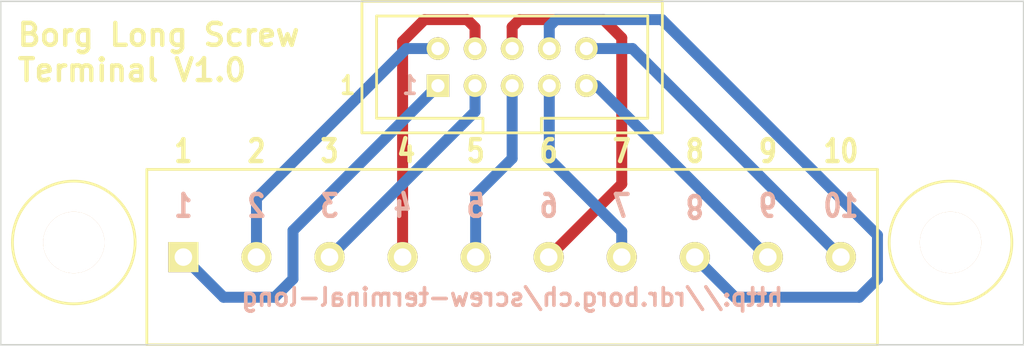
<source format=kicad_pcb>
(kicad_pcb (version 4) (host pcbnew 4.0.2+dfsg1-stable)

  (general
    (links 10)
    (no_connects 0)
    (area 49.949999 54.706409 120.050001 79.94205)
    (thickness 1.6)
    (drawings 28)
    (tracks 39)
    (zones 0)
    (modules 4)
    (nets 11)
  )

  (page A4)
  (title_block
    (title "Borg Bidi Shift Register PCB")
    (rev 1.0)
  )

  (layers
    (0 F.Cu signal)
    (31 B.Cu signal)
    (32 B.Adhes user)
    (33 F.Adhes user)
    (34 B.Paste user)
    (35 F.Paste user)
    (36 B.SilkS user)
    (37 F.SilkS user)
    (38 B.Mask user)
    (39 F.Mask user)
    (40 Dwgs.User user)
    (41 Cmts.User user)
    (42 Eco1.User user)
    (43 Eco2.User user)
    (44 Edge.Cuts user)
    (45 Margin user)
    (46 B.CrtYd user)
    (47 F.CrtYd user)
    (48 B.Fab user)
    (49 F.Fab user)
  )

  (setup
    (last_trace_width 0.75)
    (trace_clearance 0.2)
    (zone_clearance 0.508)
    (zone_45_only no)
    (trace_min 0.2)
    (segment_width 0.2)
    (edge_width 0.1)
    (via_size 0.6)
    (via_drill 0.4)
    (via_min_size 0.4)
    (via_min_drill 0.3)
    (uvia_size 0.3)
    (uvia_drill 0.1)
    (uvias_allowed no)
    (uvia_min_size 0.2)
    (uvia_min_drill 0.1)
    (pcb_text_width 0.3)
    (pcb_text_size 1.5 1.5)
    (mod_edge_width 0.15)
    (mod_text_size 1 1)
    (mod_text_width 0.15)
    (pad_size 1.5 1.5)
    (pad_drill 0.6)
    (pad_to_mask_clearance 0)
    (aux_axis_origin 0 0)
    (visible_elements FFFFFF7F)
    (pcbplotparams
      (layerselection 0x010fc_80000001)
      (usegerberextensions false)
      (excludeedgelayer true)
      (linewidth 0.100000)
      (plotframeref false)
      (viasonmask false)
      (mode 1)
      (useauxorigin false)
      (hpglpennumber 1)
      (hpglpenspeed 20)
      (hpglpendiameter 15)
      (hpglpenoverlay 2)
      (psnegative false)
      (psa4output false)
      (plotreference true)
      (plotvalue true)
      (plotinvisibletext false)
      (padsonsilk false)
      (subtractmaskfromsilk false)
      (outputformat 1)
      (mirror false)
      (drillshape 0)
      (scaleselection 1)
      (outputdirectory production))
  )

  (net 0 "")
  (net 1 "Net-(P1-Pad1)")
  (net 2 "Net-(P1-Pad3)")
  (net 3 "Net-(P1-Pad5)")
  (net 4 "Net-(P1-Pad7)")
  (net 5 "Net-(P1-Pad9)")
  (net 6 "Net-(P1-Pad2)")
  (net 7 "Net-(P1-Pad4)")
  (net 8 "Net-(P1-Pad6)")
  (net 9 "Net-(P1-Pad8)")
  (net 10 "Net-(P1-Pad10)")

  (net_class Default "This is the default net class."
    (clearance 0.2)
    (trace_width 0.75)
    (via_dia 0.6)
    (via_drill 0.4)
    (uvia_dia 0.3)
    (uvia_drill 0.1)
    (add_net "Net-(P1-Pad1)")
    (add_net "Net-(P1-Pad10)")
    (add_net "Net-(P1-Pad2)")
    (add_net "Net-(P1-Pad3)")
    (add_net "Net-(P1-Pad4)")
    (add_net "Net-(P1-Pad5)")
    (add_net "Net-(P1-Pad6)")
    (add_net "Net-(P1-Pad7)")
    (add_net "Net-(P1-Pad8)")
    (add_net "Net-(P1-Pad9)")
  )

  (module mech_gen:HOLE_4_2MM_8_4 (layer F.Cu) (tedit 579DC510) (tstamp 579D802B)
    (at 115 71.5 180)
    (descr "Module HOLE_4_2MM_8_4, hole 4.200000MM, space 8.400000")
    (path /57ED1F73)
    (fp_text reference M1 (at 0 -5.08 180) (layer F.SilkS) hide
      (effects (font (size 1.524 1.143) (thickness 0.1905)))
    )
    (fp_text value HOLE (at 0 0 180) (layer F.SilkS) hide
      (effects (font (thickness 0.15)))
    )
    (fp_circle (center 0 0) (end 4.19862 0) (layer F.SilkS) (width 0.1905))
    (pad "" np_thru_hole circle (at 0 0 180) (size 4.19862 4.19862) (drill 4.19862) (layers *.Cu *.SilkS *.Mask))
  )

  (module mech_gen:HOLE_4_2MM_8_4 (layer F.Cu) (tedit 579DC515) (tstamp 579D8031)
    (at 55 71.5 180)
    (descr "Module HOLE_4_2MM_8_4, hole 4.200000MM, space 8.400000")
    (path /57ED1FAA)
    (fp_text reference M2 (at 0 -5.08 180) (layer F.SilkS) hide
      (effects (font (size 1.524 1.143) (thickness 0.1905)))
    )
    (fp_text value HOLE (at 0 0 180) (layer F.SilkS) hide
      (effects (font (thickness 0.15)))
    )
    (fp_circle (center 0 0) (end 4.19862 0) (layer F.SilkS) (width 0.1905))
    (pad "" np_thru_hole circle (at 0 0 180) (size 4.19862 4.19862) (drill 4.19862) (layers *.Cu *.SilkS *.Mask))
  )

  (module p_gen_conn:P_10_IDC (layer F.Cu) (tedit 58141A41) (tstamp 581414EF)
    (at 85 59.5)
    (descr "Module P_10_IDC, IDC connector, 10 pins")
    (path /57ED1BB4)
    (fp_text reference P1 (at -12 -2.75) (layer F.SilkS) hide
      (effects (font (size 1.524 1.143) (thickness 0.1905)))
    )
    (fp_text value "IDC 10" (at -14 -2.5) (layer F.SilkS) hide
      (effects (font (size 1.524 1.143) (thickness 0.1905)))
    )
    (fp_line (start -10.27938 4.49834) (end 10.27938 4.49834) (layer F.SilkS) (width 0.1905))
    (fp_line (start 10.27938 4.49834) (end 10.27938 -4.49834) (layer F.SilkS) (width 0.1905))
    (fp_line (start 10.27938 -4.49834) (end -10.27938 -4.49834) (layer F.SilkS) (width 0.1905))
    (fp_line (start -10.27938 -4.49834) (end -10.27938 4.49834) (layer F.SilkS) (width 0.1905))
    (fp_line (start 1.99898 4.49834) (end 1.99898 3.49758) (layer F.SilkS) (width 0.1905))
    (fp_line (start 1.99898 3.49758) (end 9.27862 3.49758) (layer F.SilkS) (width 0.1905))
    (fp_line (start 9.27862 3.49758) (end 9.27862 -3.49758) (layer F.SilkS) (width 0.1905))
    (fp_line (start 9.27862 -3.49758) (end -9.27862 -3.49758) (layer F.SilkS) (width 0.1905))
    (fp_line (start -9.27862 -3.49758) (end -9.27862 3.49758) (layer F.SilkS) (width 0.1905))
    (fp_line (start -9.27862 3.49758) (end -1.99898 3.49758) (layer F.SilkS) (width 0.1905))
    (fp_line (start -1.99898 3.49758) (end -1.99898 4.49834) (layer F.SilkS) (width 0.1905))
    (pad 1 thru_hole rect (at -5.08 1.27) (size 1.54686 1.54686) (drill 0.89916) (layers *.Cu *.Mask F.SilkS)
      (net 1 "Net-(P1-Pad1)"))
    (pad 3 thru_hole circle (at -2.54 1.27) (size 1.54686 1.54686) (drill 0.89916) (layers *.Cu *.Mask F.SilkS)
      (net 2 "Net-(P1-Pad3)"))
    (pad 5 thru_hole circle (at 0 1.27) (size 1.54686 1.54686) (drill 0.89916) (layers *.Cu *.Mask F.SilkS)
      (net 3 "Net-(P1-Pad5)"))
    (pad 7 thru_hole circle (at 2.54 1.27) (size 1.54686 1.54686) (drill 0.89916) (layers *.Cu *.Mask F.SilkS)
      (net 4 "Net-(P1-Pad7)"))
    (pad 9 thru_hole circle (at 5.08 1.27) (size 1.54686 1.54686) (drill 0.89916) (layers *.Cu *.Mask F.SilkS)
      (net 5 "Net-(P1-Pad9)"))
    (pad 2 thru_hole circle (at -5.08 -1.27) (size 1.54686 1.54686) (drill 0.89916) (layers *.Cu *.Mask F.SilkS)
      (net 6 "Net-(P1-Pad2)"))
    (pad 4 thru_hole circle (at -2.54 -1.27) (size 1.54686 1.54686) (drill 0.89916) (layers *.Cu *.Mask F.SilkS)
      (net 7 "Net-(P1-Pad4)"))
    (pad 6 thru_hole circle (at 0 -1.27) (size 1.54686 1.54686) (drill 0.89916) (layers *.Cu *.Mask F.SilkS)
      (net 8 "Net-(P1-Pad6)"))
    (pad 8 thru_hole circle (at 2.54 -1.27) (size 1.54686 1.54686) (drill 0.89916) (layers *.Cu *.Mask F.SilkS)
      (net 9 "Net-(P1-Pad8)"))
    (pad 10 thru_hole circle (at 5.08 -1.27) (size 1.54686 1.54686) (drill 0.89916) (layers *.Cu *.Mask F.SilkS)
      (net 10 "Net-(P1-Pad10)"))
  )

  (module p_gen_conn:P_10_SCRTERM_5M (layer F.Cu) (tedit 58141A44) (tstamp 581414EE)
    (at 85 72.5)
    (descr "Module P_10_SCRTERM_5M, screw terminal 10 pins 5M")
    (path /57ED1C05)
    (fp_text reference P2 (at -26.75 -4.5) (layer F.SilkS) hide
      (effects (font (size 1.524 1.143) (thickness 0.1905)))
    )
    (fp_text value "Screw Term" (at -18 -7.5) (layer F.SilkS) hide
      (effects (font (size 1.524 1.143) (thickness 0.1905)))
    )
    (fp_line (start -24.99868 5.99948) (end 24.99868 5.99948) (layer F.SilkS) (width 0.1905))
    (fp_line (start 24.99868 5.99948) (end 24.99868 -5.99948) (layer F.SilkS) (width 0.1905))
    (fp_line (start 24.99868 -5.99948) (end -24.99868 -5.99948) (layer F.SilkS) (width 0.1905))
    (fp_line (start -24.99868 -5.99948) (end -24.99868 5.99948) (layer F.SilkS) (width 0.1905))
    (pad 1 thru_hole rect (at -22.49932 0) (size 2.06248 2.06248) (drill 1.19888) (layers *.Cu *.Mask F.SilkS)
      (net 1 "Net-(P1-Pad1)"))
    (pad 2 thru_hole circle (at -17.49806 0) (size 2.06248 2.06248) (drill 1.19888) (layers *.Cu *.Mask F.SilkS)
      (net 6 "Net-(P1-Pad2)"))
    (pad 3 thru_hole circle (at -12.49934 0) (size 2.06248 2.06248) (drill 1.19888) (layers *.Cu *.Mask F.SilkS)
      (net 2 "Net-(P1-Pad3)"))
    (pad 4 thru_hole circle (at -7.49808 0) (size 2.06248 2.06248) (drill 1.19888) (layers *.Cu *.Mask F.SilkS)
      (net 7 "Net-(P1-Pad4)"))
    (pad 5 thru_hole circle (at -2.49936 0) (size 2.06248 2.06248) (drill 1.19888) (layers *.Cu *.Mask F.SilkS)
      (net 3 "Net-(P1-Pad5)"))
    (pad 6 thru_hole circle (at 2.49936 0) (size 2.06248 2.06248) (drill 1.19888) (layers *.Cu *.Mask F.SilkS)
      (net 8 "Net-(P1-Pad6)"))
    (pad 7 thru_hole circle (at 7.49808 0) (size 2.06248 2.06248) (drill 1.19888) (layers *.Cu *.Mask F.SilkS)
      (net 4 "Net-(P1-Pad7)"))
    (pad 8 thru_hole circle (at 12.49934 0) (size 2.06248 2.06248) (drill 1.19888) (layers *.Cu *.Mask F.SilkS)
      (net 9 "Net-(P1-Pad8)"))
    (pad 9 thru_hole circle (at 17.49806 0) (size 2.06248 2.06248) (drill 1.19888) (layers *.Cu *.Mask F.SilkS)
      (net 5 "Net-(P1-Pad9)"))
    (pad 10 thru_hole circle (at 22.49932 0) (size 2.06248 2.06248) (drill 1.19888) (layers *.Cu *.Mask F.SilkS)
      (net 10 "Net-(P1-Pad10)"))
  )

  (gr_text 1 (at 73.75 60.75) (layer F.SilkS)
    (effects (font (size 1.2 1) (thickness 0.25)))
  )
  (gr_text "Borg Long Screw\nTerminal V1.0" (at 51 58.5) (layer F.SilkS)
    (effects (font (size 1.5 1.5) (thickness 0.3)) (justify left))
  )
  (gr_line (start 120 55) (end 120 78.5) (angle 90) (layer Edge.Cuts) (width 0.1))
  (gr_line (start 50 55) (end 50 78.5) (angle 90) (layer Edge.Cuts) (width 0.1))
  (gr_line (start 120 55) (end 50 55) (angle 90) (layer Edge.Cuts) (width 0.1))
  (gr_line (start 120 78.5) (end 50 78.5) (angle 90) (layer Edge.Cuts) (width 0.1))
  (gr_text http://rdr.borg.ch/screw-terminal-long (at 85 75.25) (layer B.SilkS)
    (effects (font (size 1.2 1.2) (thickness 0.25)) (justify mirror))
  )
  (gr_text 1 (at 78 60.75) (layer B.SilkS)
    (effects (font (size 1.2 1) (thickness 0.25)) (justify mirror))
  )
  (gr_text 10 (at 107.5 69) (layer B.SilkS) (tstamp 57ED2FA1)
    (effects (font (size 1.5 1.2) (thickness 0.3)) (justify mirror))
  )
  (gr_text 9 (at 102.5 69) (layer B.SilkS) (tstamp 57ED2FA0)
    (effects (font (size 1.5 1.2) (thickness 0.3)) (justify mirror))
  )
  (gr_text 8 (at 97.5 69 180) (layer B.SilkS) (tstamp 57ED2F9F)
    (effects (font (size 1.5 1.2) (thickness 0.3)) (justify mirror))
  )
  (gr_text 7 (at 92.5 69) (layer B.SilkS) (tstamp 57ED2F9E)
    (effects (font (size 1.5 1.2) (thickness 0.3)) (justify mirror))
  )
  (gr_text 6 (at 87.5 69) (layer B.SilkS) (tstamp 57ED2F9D)
    (effects (font (size 1.5 1.2) (thickness 0.3)) (justify mirror))
  )
  (gr_text 5 (at 82.5 69) (layer B.SilkS) (tstamp 57ED2F9C)
    (effects (font (size 1.5 1.2) (thickness 0.3)) (justify mirror))
  )
  (gr_text 4 (at 77.5 69) (layer B.SilkS) (tstamp 57ED2F9B)
    (effects (font (size 1.5 1.2) (thickness 0.3)) (justify mirror))
  )
  (gr_text 3 (at 72.5 69) (layer B.SilkS) (tstamp 57ED2F9A)
    (effects (font (size 1.5 1.2) (thickness 0.3)) (justify mirror))
  )
  (gr_text 2 (at 67.5 69) (layer B.SilkS) (tstamp 57ED2F99)
    (effects (font (size 1.5 1.2) (thickness 0.3)) (justify mirror))
  )
  (gr_text 1 (at 62.5 69) (layer B.SilkS) (tstamp 57ED2F98)
    (effects (font (size 1.5 1.2) (thickness 0.3)) (justify mirror))
  )
  (gr_text 1 (at 62.5 65.25) (layer F.SilkS) (tstamp 57ED2D5C)
    (effects (font (size 1.5 1.2) (thickness 0.3)))
  )
  (gr_text 2 (at 67.5 65.25) (layer F.SilkS) (tstamp 57ED2D5B)
    (effects (font (size 1.5 1.2) (thickness 0.3)))
  )
  (gr_text 3 (at 72.5 65.25) (layer F.SilkS) (tstamp 57ED2D5A)
    (effects (font (size 1.5 1.2) (thickness 0.3)))
  )
  (gr_text 4 (at 77.75 65.25) (layer F.SilkS) (tstamp 57ED2D59)
    (effects (font (size 1.5 1.2) (thickness 0.3)))
  )
  (gr_text 5 (at 82.5 65.25) (layer F.SilkS) (tstamp 57ED2D58)
    (effects (font (size 1.5 1.2) (thickness 0.3)))
  )
  (gr_text 6 (at 87.5 65.25) (layer F.SilkS) (tstamp 57ED2D57)
    (effects (font (size 1.5 1.2) (thickness 0.3)))
  )
  (gr_text 7 (at 92.5 65.25) (layer F.SilkS) (tstamp 57ED2D56)
    (effects (font (size 1.5 1.2) (thickness 0.3)))
  )
  (gr_text 8 (at 97.5 65.25) (layer F.SilkS) (tstamp 57ED2D55)
    (effects (font (size 1.5 1.2) (thickness 0.3)))
  )
  (gr_text 9 (at 102.5 65.25) (layer F.SilkS) (tstamp 57ED2D54)
    (effects (font (size 1.5 1.2) (thickness 0.3)))
  )
  (gr_text 10 (at 107.5 65.25) (layer F.SilkS) (tstamp 57ED2D53)
    (effects (font (size 1.5 1.2) (thickness 0.3)))
  )

  (segment (start 79.92 60.77) (end 70 70.69) (width 0.75) (layer B.Cu) (net 1))
  (segment (start 65.25068 75.25) (end 62.50068 72.5) (width 0.75) (layer B.Cu) (net 1) (tstamp 58141B16))
  (segment (start 68.75 75.25) (end 65.25068 75.25) (width 0.75) (layer B.Cu) (net 1) (tstamp 58141B13))
  (segment (start 70 74) (end 68.75 75.25) (width 0.75) (layer B.Cu) (net 1) (tstamp 58141B10))
  (segment (start 70 70.69) (end 70 74) (width 0.75) (layer B.Cu) (net 1) (tstamp 58141B05))
  (segment (start 82.46 60.77) (end 82.46 62.54066) (width 0.75) (layer B.Cu) (net 2))
  (segment (start 82.46 62.54066) (end 72.50066 72.5) (width 0.75) (layer B.Cu) (net 2) (tstamp 58141B00))
  (segment (start 85 60.77) (end 85 65.75) (width 0.75) (layer B.Cu) (net 3))
  (segment (start 82.50064 68.24936) (end 82.50064 72.5) (width 0.75) (layer B.Cu) (net 3) (tstamp 58141AAB))
  (segment (start 85 65.75) (end 82.50064 68.24936) (width 0.75) (layer B.Cu) (net 3) (tstamp 58141AA2))
  (segment (start 87.54 60.77) (end 87.54 65.79) (width 0.75) (layer B.Cu) (net 4))
  (segment (start 92.49808 70.74808) (end 92.49808 72.5) (width 0.75) (layer B.Cu) (net 4) (tstamp 58141AB3))
  (segment (start 87.54 65.79) (end 92.49808 70.74808) (width 0.75) (layer B.Cu) (net 4) (tstamp 58141AAE))
  (segment (start 90.08 60.77) (end 90.76806 60.77) (width 0.75) (layer B.Cu) (net 5))
  (segment (start 90.76806 60.77) (end 102.49806 72.5) (width 0.75) (layer B.Cu) (net 5) (tstamp 58141AD5))
  (segment (start 67.50194 72.5) (end 67.50194 68.49806) (width 0.75) (layer B.Cu) (net 6))
  (segment (start 77.77 58.23) (end 79.92 58.23) (width 0.75) (layer B.Cu) (net 6) (tstamp 58141B1F))
  (segment (start 67.50194 68.49806) (end 77.77 58.23) (width 0.75) (layer B.Cu) (net 6) (tstamp 58141B1A))
  (segment (start 82.46 58.23) (end 82.46 56.79) (width 0.75) (layer F.Cu) (net 7))
  (segment (start 77.50192 57.74808) (end 77.50192 72.5) (width 0.75) (layer F.Cu) (net 7) (tstamp 5816C32D))
  (segment (start 79 56.25) (end 77.50192 57.74808) (width 0.75) (layer F.Cu) (net 7) (tstamp 5816C323))
  (segment (start 81.92 56.25) (end 79 56.25) (width 0.75) (layer F.Cu) (net 7) (tstamp 5816C31E))
  (segment (start 82.46 56.79) (end 81.92 56.25) (width 0.75) (layer F.Cu) (net 7) (tstamp 5816C31A))
  (segment (start 85 58.23) (end 85 56.75) (width 0.75) (layer F.Cu) (net 8))
  (segment (start 92.5 67.49936) (end 87.49936 72.5) (width 0.75) (layer F.Cu) (net 8) (tstamp 58141B5B))
  (segment (start 92.5 57.5) (end 92.5 67.49936) (width 0.75) (layer F.Cu) (net 8) (tstamp 58141B4F))
  (segment (start 91.25 56.25) (end 92.5 57.5) (width 0.75) (layer F.Cu) (net 8) (tstamp 58141B4C))
  (segment (start 85.5 56.25) (end 91.25 56.25) (width 0.75) (layer F.Cu) (net 8) (tstamp 58141B4A))
  (segment (start 85 56.75) (end 85.5 56.25) (width 0.75) (layer F.Cu) (net 8) (tstamp 58141B48))
  (segment (start 108.75 75.25) (end 110 74) (width 0.75) (layer B.Cu) (net 9))
  (segment (start 87.54 56.71) (end 88 56.25) (width 0.75) (layer B.Cu) (net 9) (tstamp 58141ADF))
  (segment (start 88 56.25) (end 95.25 56.25) (width 0.75) (layer B.Cu) (net 9) (tstamp 58141AE3))
  (segment (start 108.75 75.25) (end 100.24934 75.25) (width 0.75) (layer B.Cu) (net 9) (tstamp 58141AF6))
  (segment (start 97.49934 72.5) (end 100.24934 75.25) (width 0.75) (layer B.Cu) (net 9) (tstamp 58141AF9))
  (segment (start 87.54 56.71) (end 87.54 58.23) (width 0.75) (layer B.Cu) (net 9))
  (segment (start 110 71) (end 95.25 56.25) (width 0.75) (layer B.Cu) (net 9) (tstamp 58141C17))
  (segment (start 110 74) (end 110 71) (width 0.75) (layer B.Cu) (net 9) (tstamp 58141C13))
  (segment (start 90.08 58.23) (end 93.22932 58.23) (width 0.75) (layer B.Cu) (net 10))
  (segment (start 93.22932 58.23) (end 107.49932 72.5) (width 0.75) (layer B.Cu) (net 10) (tstamp 58141ACA))

)

</source>
